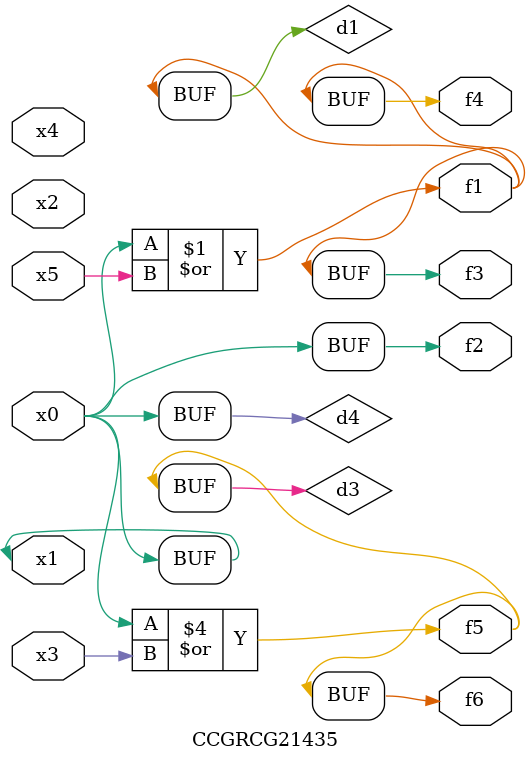
<source format=v>
module CCGRCG21435(
	input x0, x1, x2, x3, x4, x5,
	output f1, f2, f3, f4, f5, f6
);

	wire d1, d2, d3, d4;

	or (d1, x0, x5);
	xnor (d2, x1, x4);
	or (d3, x0, x3);
	buf (d4, x0, x1);
	assign f1 = d1;
	assign f2 = d4;
	assign f3 = d1;
	assign f4 = d1;
	assign f5 = d3;
	assign f6 = d3;
endmodule

</source>
